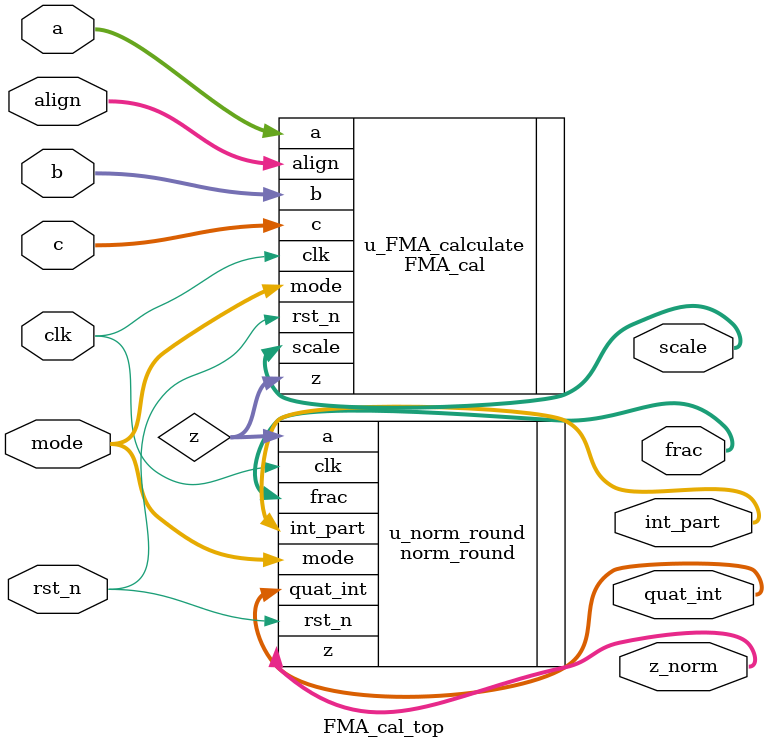
<source format=v>
module FMA_cal_top#(
  parameter BW_ALIGN     = 9  ,
  parameter BW_EXP_IN    = 8  ,
  parameter BW_MAN_IN    = 9  ,
  parameter BW_INT       = 8  
)(
  clk   ,
  rst_n ,
  mode  ,
  a     ,
  b     ,
  c     ,
  align ,
  //z     ,
  z_norm,
  int_part   ,
  frac  ,
  quat_int,
  scale
);

    localparam  BW_EXP_OUT = BW_EXP_IN     + 2        ; //10
    localparam  BW_MAN_OUT = 2*BW_MAN_IN   + 1        ; //19 [18:0]
    localparam  BW_OUT     = BW_EXP_OUT + BW_MAN_OUT  ;
    localparam  BW_IN      = BW_EXP_IN  + BW_MAN_IN   ;

    input                       clk   ;
    input                       rst_n ;
    input  [4:0]                mode  ;
    //input  [BW_IN    -1 :0]     sub   ; 
    output [BW_IN     -1 :0]     z_norm;
    output [BW_MAN_IN -1 :0]     int_part   ;
    output [BW_IN     -1 :0]     frac  ; 
    output [BW_INT    -1 :0]     quat_int   ;  
    output [BW_EXP_IN -1 :0]     scale  ;

    input  [BW_IN    -1 :0] a     ;
    input  [BW_IN    -1 :0] b     ;
    input  [BW_IN    -1 :0] c     ;
    input  [BW_ALIGN -1 :0] align ;
    wire   [BW_OUT   -1 :0] z     ;

    //wire  [BW_IN    -1 :0] z_norm;
    


  //  FMA_ctrl #(
  //    .BW_ALIGN (BW_ALIGN    ),
  //    .BW_EXP   (BW_EXP_IN   ),
  //    .BW_MAN   (BW_MAN_IN   ),
  //    .BW_INT   (BW_INT      )
  //  )u_FMA_ctrl(
  //    .clk    (clk    ) ,
  //    .rst_n  (rst_n  ) ,
  //    .state  (state  ) ,
  //    .z      (z_norm ) ,
  //    .sub    (sub    ) ,
  //    .a      (a      ) ,
  //    .b      (b      ) ,
  //    .c      (c      ) ,
  //    .align  (align  )
  //  );

    FMA_cal #(
      .BW_ALIGN   (BW_ALIGN    ),
      .BW_EXP     (BW_EXP_IN   ),
      .BW_MAN     (BW_MAN_IN   ),
      .BW_EXP_OUT (BW_EXP_OUT  ),
      .BW_MAN_OUT (BW_MAN_OUT  ) 
    )u_FMA_calculate(
      .clk    (clk    ) ,
      .rst_n  (rst_n  ) ,
      .mode   (mode   ) ,
      .a      (a      ) ,
      .b      (b      ) ,
      .c      (c      ) ,
      .align  (align  ) ,
      .scale  (scale  ) ,
      .z      (z      ) 
    );

    norm_round #(
      .EW     (BW_EXP_OUT ) ,
      .MW     (BW_MAN_OUT ) ,
      .EW_OUT (BW_EXP_IN  ) ,
      .MW_OUT (BW_MAN_IN  ) ,
      .BW_INT (BW_INT     )
    )u_norm_round(
      .clk         (clk       ) ,
      .rst_n       (rst_n     ) ,
      .mode        (mode      ) ,
      .a           (z         ) ,
      .z           (z_norm    ) ,
      .int_part    (int_part  ) ,
      .frac        (frac      ) ,
      .quat_int    (quat_int  ) 
    );
    

endmodule

</source>
